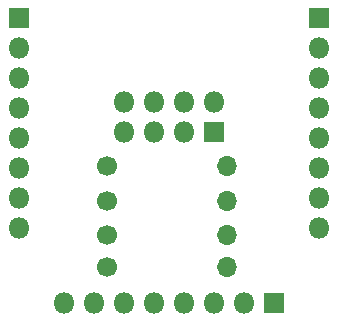
<source format=gbr>
%TF.GenerationSoftware,KiCad,Pcbnew,5.1.6-c6e7f7d~87~ubuntu18.04.1*%
%TF.CreationDate,2022-06-06T17:05:42+02:00*%
%TF.ProjectId,esp32-shield,65737033-322d-4736-9869-656c642e6b69,rev?*%
%TF.SameCoordinates,Original*%
%TF.FileFunction,Soldermask,Bot*%
%TF.FilePolarity,Negative*%
%FSLAX46Y46*%
G04 Gerber Fmt 4.6, Leading zero omitted, Abs format (unit mm)*
G04 Created by KiCad (PCBNEW 5.1.6-c6e7f7d~87~ubuntu18.04.1) date 2022-06-06 17:05:42*
%MOMM*%
%LPD*%
G01*
G04 APERTURE LIST*
%ADD10R,1.800000X1.800000*%
%ADD11O,1.800000X1.800000*%
%ADD12C,1.700000*%
%ADD13O,1.700000X1.700000*%
G04 APERTURE END LIST*
D10*
%TO.C,J3*%
X87630000Y-66040000D03*
D11*
X85090000Y-66040000D03*
X82550000Y-66040000D03*
X80010000Y-66040000D03*
X77470000Y-66040000D03*
X74930000Y-66040000D03*
X72390000Y-66040000D03*
X69850000Y-66040000D03*
%TD*%
D10*
%TO.C,J2*%
X82550000Y-51562000D03*
D11*
X82550000Y-49022000D03*
X80010000Y-51562000D03*
X80010000Y-49022000D03*
X77470000Y-51562000D03*
X77470000Y-49022000D03*
X74930000Y-51562000D03*
X74930000Y-49022000D03*
%TD*%
D10*
%TO.C,J1*%
X91440000Y-41910000D03*
D11*
X91440000Y-44450000D03*
X91440000Y-46990000D03*
X91440000Y-49530000D03*
X91440000Y-52070000D03*
X91440000Y-54610000D03*
X91440000Y-57150000D03*
X91440000Y-59690000D03*
%TD*%
%TO.C,J5*%
X66040000Y-59690000D03*
X66040000Y-57150000D03*
X66040000Y-54610000D03*
X66040000Y-52070000D03*
X66040000Y-49530000D03*
X66040000Y-46990000D03*
X66040000Y-44450000D03*
D10*
X66040000Y-41910000D03*
%TD*%
D12*
%TO.C,R0*%
X73533000Y-54483000D03*
D13*
X83693000Y-54483000D03*
%TD*%
%TO.C,R1*%
X83693000Y-57404000D03*
D12*
X73533000Y-57404000D03*
%TD*%
%TO.C,R2*%
X73533000Y-60325000D03*
D13*
X83693000Y-60325000D03*
%TD*%
%TO.C,R3*%
X83693000Y-62992000D03*
D12*
X73533000Y-62992000D03*
%TD*%
M02*

</source>
